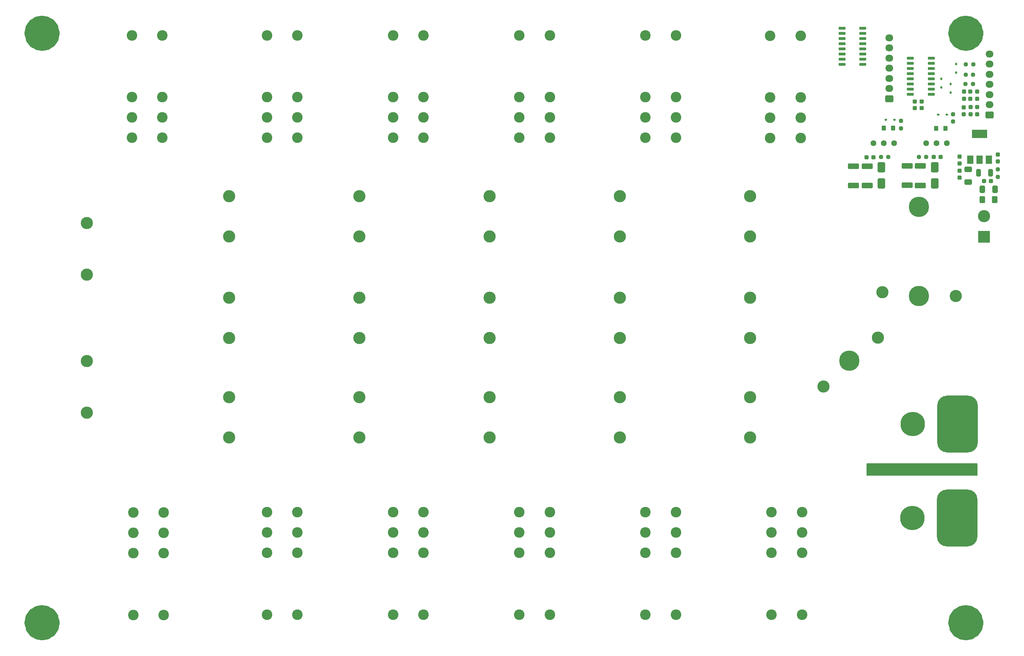
<source format=gbr>
%TF.GenerationSoftware,KiCad,Pcbnew,7.0.10*%
%TF.CreationDate,2024-05-11T12:56:43+02:00*%
%TF.ProjectId,LPF_HF+6,4c50465f-4846-42b3-962e-6b696361645f,rev?*%
%TF.SameCoordinates,Original*%
%TF.FileFunction,Soldermask,Top*%
%TF.FilePolarity,Negative*%
%FSLAX46Y46*%
G04 Gerber Fmt 4.6, Leading zero omitted, Abs format (unit mm)*
G04 Created by KiCad (PCBNEW 7.0.10) date 2024-05-11 12:56:43*
%MOMM*%
%LPD*%
G01*
G04 APERTURE LIST*
G04 Aperture macros list*
%AMRoundRect*
0 Rectangle with rounded corners*
0 $1 Rounding radius*
0 $2 $3 $4 $5 $6 $7 $8 $9 X,Y pos of 4 corners*
0 Add a 4 corners polygon primitive as box body*
4,1,4,$2,$3,$4,$5,$6,$7,$8,$9,$2,$3,0*
0 Add four circle primitives for the rounded corners*
1,1,$1+$1,$2,$3*
1,1,$1+$1,$4,$5*
1,1,$1+$1,$6,$7*
1,1,$1+$1,$8,$9*
0 Add four rect primitives between the rounded corners*
20,1,$1+$1,$2,$3,$4,$5,0*
20,1,$1+$1,$4,$5,$6,$7,0*
20,1,$1+$1,$6,$7,$8,$9,0*
20,1,$1+$1,$8,$9,$2,$3,0*%
G04 Aperture macros list end*
%ADD10C,4.344165*%
%ADD11C,0.150000*%
%ADD12RoundRect,0.150000X-0.725000X-0.150000X0.725000X-0.150000X0.725000X0.150000X-0.725000X0.150000X0*%
%ADD13RoundRect,2.500000X2.500000X4.500000X-2.500000X4.500000X-2.500000X-4.500000X2.500000X-4.500000X0*%
%ADD14C,6.000000*%
%ADD15RoundRect,0.237500X-0.237500X0.300000X-0.237500X-0.300000X0.237500X-0.300000X0.237500X0.300000X0*%
%ADD16RoundRect,0.237500X0.250000X0.237500X-0.250000X0.237500X-0.250000X-0.237500X0.250000X-0.237500X0*%
%ADD17RoundRect,0.237500X0.300000X0.237500X-0.300000X0.237500X-0.300000X-0.237500X0.300000X-0.237500X0*%
%ADD18C,2.600000*%
%ADD19C,3.000000*%
%ADD20C,1.440000*%
%ADD21RoundRect,0.112500X-0.112500X0.187500X-0.112500X-0.187500X0.112500X-0.187500X0.112500X0.187500X0*%
%ADD22RoundRect,0.237500X0.237500X-0.300000X0.237500X0.300000X-0.237500X0.300000X-0.237500X-0.300000X0*%
%ADD23RoundRect,0.250000X-0.650000X1.000000X-0.650000X-1.000000X0.650000X-1.000000X0.650000X1.000000X0*%
%ADD24RoundRect,0.112500X0.187500X0.112500X-0.187500X0.112500X-0.187500X-0.112500X0.187500X-0.112500X0*%
%ADD25RoundRect,0.250000X0.725000X-0.600000X0.725000X0.600000X-0.725000X0.600000X-0.725000X-0.600000X0*%
%ADD26O,1.950000X1.700000*%
%ADD27RoundRect,0.237500X-0.237500X0.250000X-0.237500X-0.250000X0.237500X-0.250000X0.237500X0.250000X0*%
%ADD28RoundRect,0.250000X-0.400000X-0.625000X0.400000X-0.625000X0.400000X0.625000X-0.400000X0.625000X0*%
%ADD29RoundRect,0.237500X-0.300000X-0.237500X0.300000X-0.237500X0.300000X0.237500X-0.300000X0.237500X0*%
%ADD30RoundRect,0.250000X0.412500X0.650000X-0.412500X0.650000X-0.412500X-0.650000X0.412500X-0.650000X0*%
%ADD31R,1.500000X2.000000*%
%ADD32R,3.800000X2.000000*%
%ADD33RoundRect,0.249999X-1.075001X0.450001X-1.075001X-0.450001X1.075001X-0.450001X1.075001X0.450001X0*%
%ADD34RoundRect,0.250000X0.325000X0.650000X-0.325000X0.650000X-0.325000X-0.650000X0.325000X-0.650000X0*%
%ADD35RoundRect,0.250000X-0.275000X-0.350000X0.275000X-0.350000X0.275000X0.350000X-0.275000X0.350000X0*%
%ADD36RoundRect,0.249999X1.075001X-0.450001X1.075001X0.450001X-1.075001X0.450001X-1.075001X-0.450001X0*%
%ADD37R,3.000000X3.000000*%
%ADD38C,5.000000*%
%ADD39RoundRect,0.250000X-0.650000X0.412500X-0.650000X-0.412500X0.650000X-0.412500X0.650000X0.412500X0*%
%ADD40RoundRect,0.237500X0.237500X-0.250000X0.237500X0.250000X-0.237500X0.250000X-0.237500X-0.250000X0*%
%ADD41RoundRect,0.237500X-0.250000X-0.237500X0.250000X-0.237500X0.250000X0.237500X-0.250000X0.237500X0*%
%ADD42RoundRect,0.150000X0.725000X0.150000X-0.725000X0.150000X-0.725000X-0.150000X0.725000X-0.150000X0*%
G04 APERTURE END LIST*
D10*
X108828482Y-206267154D02*
G75*
G03*
X104484318Y-206267154I-2172082J0D01*
G01*
X104484318Y-206267154D02*
G75*
G03*
X108828482Y-206267154I2172082J0D01*
G01*
X108828482Y-61267154D02*
G75*
G03*
X104484318Y-61267154I-2172082J0D01*
G01*
X104484318Y-61267154D02*
G75*
G03*
X108828482Y-61267154I2172082J0D01*
G01*
X335828482Y-206267154D02*
G75*
G03*
X331484318Y-206267154I-2172082J0D01*
G01*
X331484318Y-206267154D02*
G75*
G03*
X335828482Y-206267154I2172082J0D01*
G01*
X335828482Y-61267154D02*
G75*
G03*
X331484318Y-61267154I-2172082J0D01*
G01*
X331484318Y-61267154D02*
G75*
G03*
X335828482Y-61267154I2172082J0D01*
G01*
D11*
X336456400Y-170017154D02*
X309306400Y-170017154D01*
X309306400Y-167117154D01*
X336456400Y-167117154D01*
X336456400Y-170017154D01*
G36*
X336456400Y-170017154D02*
G01*
X309306400Y-170017154D01*
X309306400Y-167117154D01*
X336456400Y-167117154D01*
X336456400Y-170017154D01*
G37*
D12*
%TO.C,U2*%
X320005000Y-67385154D03*
X320005000Y-68655154D03*
X320005000Y-69925154D03*
X320005000Y-71195154D03*
X320005000Y-72465154D03*
X320005000Y-73735154D03*
X320005000Y-75005154D03*
X320005000Y-76275154D03*
X325155000Y-76275154D03*
X325155000Y-75005154D03*
X325155000Y-73735154D03*
X325155000Y-72465154D03*
X325155000Y-71195154D03*
X325155000Y-69925154D03*
X325155000Y-68655154D03*
X325155000Y-67385154D03*
%TD*%
D13*
%TO.C,J5*%
X331606400Y-157417154D03*
D14*
X320606400Y-157417154D03*
%TD*%
D15*
%TO.C,C20*%
X332130400Y-95072254D03*
X332130400Y-96797254D03*
%TD*%
D16*
%TO.C,R8*%
X323928200Y-91654554D03*
X322103200Y-91654554D03*
%TD*%
D17*
%TO.C,C8*%
X339850900Y-97611154D03*
X338125900Y-97611154D03*
%TD*%
D18*
%TO.C,REL3*%
X223906400Y-204267154D03*
X231406400Y-204267154D03*
X231406400Y-189067154D03*
X231406400Y-184067154D03*
X231406400Y-179067154D03*
X223906400Y-189067154D03*
X223906400Y-184067154D03*
X223906400Y-179067154D03*
%TD*%
D15*
%TO.C,C46*%
X336448400Y-79451254D03*
X336448400Y-81176254D03*
%TD*%
D19*
%TO.C,L7*%
X280656400Y-136216901D03*
X280656400Y-126317407D03*
%TD*%
D16*
%TO.C,R4*%
X335428600Y-71449154D03*
X333603600Y-71449154D03*
%TD*%
D20*
%TO.C,RV1*%
X323926200Y-88314754D03*
X326466200Y-88314754D03*
X329006200Y-88314754D03*
%TD*%
D21*
%TO.C,D16*%
X331301800Y-68829154D03*
X331301800Y-70929154D03*
%TD*%
D19*
%TO.C,L9*%
X216656400Y-136216901D03*
X216656400Y-126317407D03*
%TD*%
D22*
%TO.C,C16*%
X341528400Y-92784054D03*
X341528400Y-91059054D03*
%TD*%
D19*
%TO.C,L5*%
X152656400Y-160716901D03*
X152656400Y-150817407D03*
%TD*%
D21*
%TO.C,D18*%
X327609200Y-72498754D03*
X327609200Y-74598754D03*
%TD*%
D23*
%TO.C,D19*%
X326034400Y-94201154D03*
X326034400Y-98201154D03*
%TD*%
D18*
%TO.C,REL9*%
X231406400Y-61767154D03*
X223906400Y-61767154D03*
X223906400Y-76967154D03*
X223906400Y-81967154D03*
X223906400Y-86967154D03*
X231406400Y-76967154D03*
X231406400Y-81967154D03*
X231406400Y-86967154D03*
%TD*%
D24*
%TO.C,D21*%
X328980800Y-81304354D03*
X326880800Y-81304354D03*
%TD*%
D19*
%TO.C,L4*%
X184656400Y-160716901D03*
X184656400Y-150817407D03*
%TD*%
D25*
%TO.C,J1*%
X339496400Y-81340554D03*
D26*
X339496400Y-78840554D03*
X339496400Y-76340554D03*
X339496400Y-73840554D03*
X339496400Y-71340554D03*
X339496400Y-68840554D03*
X339496400Y-66340554D03*
%TD*%
D22*
%TO.C,C49*%
X333197200Y-77366254D03*
X333197200Y-75641254D03*
%TD*%
D27*
%TO.C,R12*%
X330530200Y-81179254D03*
X330530200Y-83004254D03*
%TD*%
D17*
%TO.C,C19*%
X322809900Y-78027754D03*
X321084900Y-78027754D03*
%TD*%
D22*
%TO.C,C51*%
X336397600Y-77366254D03*
X336397600Y-75641254D03*
%TD*%
D25*
%TO.C,J4*%
X314863200Y-77374354D03*
D26*
X314863200Y-74874354D03*
X314863200Y-72374354D03*
X314863200Y-69874354D03*
X314863200Y-67374354D03*
X314863200Y-64874354D03*
X314863200Y-62374354D03*
%TD*%
D18*
%TO.C,REL10*%
X200406400Y-61767154D03*
X192906400Y-61767154D03*
X192906400Y-76967154D03*
X192906400Y-81967154D03*
X192906400Y-86967154D03*
X200406400Y-76967154D03*
X200406400Y-81967154D03*
X200406400Y-86967154D03*
%TD*%
%TO.C,REL8*%
X262406400Y-61767154D03*
X254906400Y-61767154D03*
X254906400Y-76967154D03*
X254906400Y-81967154D03*
X254906400Y-86967154D03*
X262406400Y-76967154D03*
X262406400Y-81967154D03*
X262406400Y-86967154D03*
%TD*%
D21*
%TO.C,D17*%
X329920600Y-73751954D03*
X329920600Y-75851954D03*
%TD*%
D28*
%TO.C,R1*%
X337692400Y-102183154D03*
X340792400Y-102183154D03*
%TD*%
D29*
%TO.C,C44*%
X325730700Y-91705354D03*
X327455700Y-91705354D03*
%TD*%
D30*
%TO.C,C7*%
X340855700Y-99643154D03*
X337730700Y-99643154D03*
%TD*%
D19*
%TO.C,L2*%
X248656400Y-160716901D03*
X248656400Y-150817407D03*
%TD*%
D31*
%TO.C,U1*%
X334746600Y-92327954D03*
X337046600Y-92327954D03*
D32*
X337046600Y-86027954D03*
D31*
X339346600Y-92327954D03*
%TD*%
D33*
%TO.C,R6*%
X322503800Y-93928154D03*
X322503800Y-98728154D03*
%TD*%
D15*
%TO.C,C47*%
X334797400Y-79451254D03*
X334797400Y-81176254D03*
%TD*%
D18*
%TO.C,REL1*%
X285906400Y-204267154D03*
X293406400Y-204267154D03*
X293406400Y-189067154D03*
X293406400Y-184067154D03*
X293406400Y-179067154D03*
X285906400Y-189067154D03*
X285906400Y-184067154D03*
X285906400Y-179067154D03*
%TD*%
D24*
%TO.C,D22*%
X316104600Y-82574354D03*
X314004600Y-82574354D03*
%TD*%
D34*
%TO.C,C15*%
X339701400Y-95579154D03*
X336751400Y-95579154D03*
%TD*%
D22*
%TO.C,C39*%
X332130400Y-93292054D03*
X332130400Y-91567054D03*
%TD*%
D18*
%TO.C,REL7*%
X293056000Y-61862154D03*
X285556000Y-61862154D03*
X285556000Y-77062154D03*
X285556000Y-82062154D03*
X285556000Y-87062154D03*
X293056000Y-77062154D03*
X293056000Y-82062154D03*
X293056000Y-87062154D03*
%TD*%
%TO.C,REL2*%
X254906400Y-204267154D03*
X262406400Y-204267154D03*
X262406400Y-189067154D03*
X262406400Y-184067154D03*
X262406400Y-179067154D03*
X254906400Y-189067154D03*
X254906400Y-184067154D03*
X254906400Y-179067154D03*
%TD*%
D19*
%TO.C,L15*%
X216656400Y-111216901D03*
X216656400Y-101317407D03*
%TD*%
D35*
%TO.C,L20*%
X326383000Y-84657154D03*
X328683000Y-84657154D03*
%TD*%
D15*
%TO.C,C48*%
X333171800Y-79476654D03*
X333171800Y-81201654D03*
%TD*%
D16*
%TO.C,R2*%
X335479400Y-68883754D03*
X333654400Y-68883754D03*
%TD*%
D18*
%TO.C,REL6*%
X129057400Y-204367354D03*
X136557400Y-204367354D03*
X136557400Y-189167354D03*
X136557400Y-184167354D03*
X136557400Y-179167354D03*
X129057400Y-189167354D03*
X129057400Y-184167354D03*
X129057400Y-179167354D03*
%TD*%
%TO.C,REL4*%
X192906400Y-204267154D03*
X200406400Y-204267154D03*
X200406400Y-189067154D03*
X200406400Y-184067154D03*
X200406400Y-179067154D03*
X192906400Y-189067154D03*
X192906400Y-184067154D03*
X192906400Y-179067154D03*
%TD*%
D36*
%TO.C,R10*%
X306070000Y-98741154D03*
X306070000Y-93941154D03*
%TD*%
D35*
%TO.C,L21*%
X313498200Y-84606354D03*
X315798200Y-84606354D03*
%TD*%
D13*
%TO.C,J3*%
X331506400Y-180467154D03*
D14*
X320506400Y-180467154D03*
%TD*%
D18*
%TO.C,REL12*%
X136211000Y-61767154D03*
X128711000Y-61767154D03*
X128711000Y-76967154D03*
X128711000Y-81967154D03*
X128711000Y-86967154D03*
X136211000Y-76967154D03*
X136211000Y-81967154D03*
X136211000Y-86967154D03*
%TD*%
D23*
%TO.C,D20*%
X312902600Y-94214154D03*
X312902600Y-98214154D03*
%TD*%
D37*
%TO.C,J2*%
X338099400Y-111301754D03*
D19*
X338099400Y-106221754D03*
%TD*%
D16*
%TO.C,R3*%
X335403200Y-73735154D03*
X333578200Y-73735154D03*
%TD*%
D19*
%TO.C,L6*%
X117656400Y-154631115D03*
X117656400Y-141903193D03*
%TD*%
D18*
%TO.C,REL5*%
X161906400Y-204267154D03*
X169406400Y-204267154D03*
X169406400Y-189067154D03*
X169406400Y-184067154D03*
X169406400Y-179067154D03*
X161906400Y-189067154D03*
X161906400Y-184067154D03*
X161906400Y-179067154D03*
%TD*%
D17*
%TO.C,C45*%
X310945700Y-91743754D03*
X309220700Y-91743754D03*
%TD*%
D38*
%TO.C,L19*%
X304997425Y-141826779D03*
X320553775Y-157383129D03*
D19*
X312068493Y-136169925D03*
X298633464Y-148190740D03*
%TD*%
D39*
%TO.C,C17*%
X334264000Y-94727854D03*
X334264000Y-97852854D03*
%TD*%
D19*
%TO.C,L1*%
X280656400Y-160716901D03*
X280656400Y-150817407D03*
%TD*%
%TO.C,L14*%
X248656400Y-111216901D03*
X248656400Y-101317407D03*
%TD*%
D38*
%TO.C,L18*%
X322165600Y-125933954D03*
X322165600Y-103933954D03*
D19*
X313165600Y-124933954D03*
X331165600Y-125933954D03*
%TD*%
%TO.C,L3*%
X216656400Y-160716901D03*
X216656400Y-150817407D03*
%TD*%
D36*
%TO.C,R9*%
X309422800Y-98741154D03*
X309422800Y-93941154D03*
%TD*%
D40*
%TO.C,R5*%
X341528400Y-96593254D03*
X341528400Y-94768254D03*
%TD*%
D19*
%TO.C,L17*%
X152656400Y-111216901D03*
X152656400Y-101317407D03*
%TD*%
%TO.C,L16*%
X184656400Y-111216901D03*
X184656400Y-101317407D03*
%TD*%
D20*
%TO.C,RV2*%
X310946800Y-88289354D03*
X313486800Y-88289354D03*
X316026800Y-88289354D03*
%TD*%
D19*
%TO.C,L11*%
X152656400Y-136216901D03*
X152656400Y-126317407D03*
%TD*%
D17*
%TO.C,C18*%
X322835300Y-79627954D03*
X321110300Y-79627954D03*
%TD*%
D27*
%TO.C,R13*%
X317728600Y-82830254D03*
X317728600Y-84655254D03*
%TD*%
D18*
%TO.C,REL11*%
X169406400Y-61767154D03*
X161906400Y-61767154D03*
X161906400Y-76967154D03*
X161906400Y-81967154D03*
X161906400Y-86967154D03*
X169406400Y-76967154D03*
X169406400Y-81967154D03*
X169406400Y-86967154D03*
%TD*%
D22*
%TO.C,C50*%
X334772000Y-77366254D03*
X334772000Y-75641254D03*
%TD*%
D19*
%TO.C,L13*%
X280656400Y-111216901D03*
X280656400Y-101317407D03*
%TD*%
%TO.C,L10*%
X184656400Y-136216901D03*
X184656400Y-126317407D03*
%TD*%
%TO.C,L8*%
X248656400Y-136216901D03*
X248656400Y-126317407D03*
%TD*%
D41*
%TO.C,R11*%
X312777500Y-91692954D03*
X314602500Y-91692954D03*
%TD*%
D42*
%TO.C,U3*%
X308365600Y-68909154D03*
X308365600Y-67639154D03*
X308365600Y-66369154D03*
X308365600Y-65099154D03*
X308365600Y-63829154D03*
X308365600Y-62559154D03*
X308365600Y-61289154D03*
X308365600Y-60019154D03*
X303215600Y-60019154D03*
X303215600Y-61289154D03*
X303215600Y-62559154D03*
X303215600Y-63829154D03*
X303215600Y-65099154D03*
X303215600Y-66369154D03*
X303215600Y-67639154D03*
X303215600Y-68909154D03*
%TD*%
D33*
%TO.C,R7*%
X319227200Y-93864954D03*
X319227200Y-98664954D03*
%TD*%
D19*
%TO.C,L12*%
X117656400Y-120631115D03*
X117656400Y-107903193D03*
%TD*%
M02*

</source>
